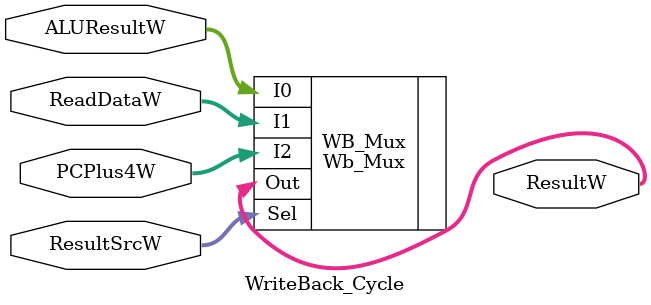
<source format=v>
`timescale 1ns / 1ps

module WriteBack_Cycle(
    input      [1:0]  ResultSrcW,
    input      [31:0] ALUResultW,
    input      [31:0] ReadDataW,
    input      [31:0] PCPlus4W,
    output     [31:0] ResultW
);

    // -------------------------
    // Writeback MUX
    // -------------------------
    Wb_Mux WB_Mux (
        .I0  (ALUResultW),   // ALU result
        .I1  (ReadDataW),    // Data memory read
        .I2  (PCPlus4W),     // PC + 4 (for JAL/JALR)
        .Sel (ResultSrcW),
        .Out (ResultW)
    );

endmodule


</source>
